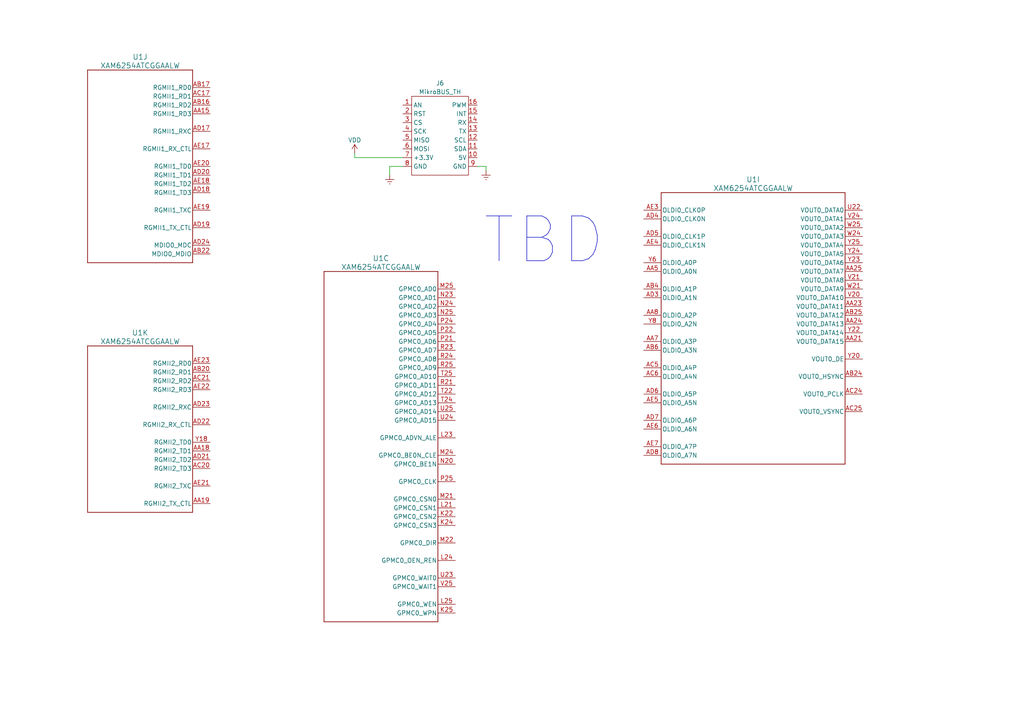
<source format=kicad_sch>
(kicad_sch (version 20230121) (generator eeschema)
  (paper "A4")
  (title_block (title "TI Ember AM62 SiP Concept") (date "2023-06-09") (rev "Rev 0") (company "Andrei Aldea - Texas Instruments"))
  (lib_symbols
    (symbol "MikroBUS:MikroBUS_TH"
      (property "Reference" "J" (at -7.62 -12.7 0))
      (property "Value" "MikroBUS_TH" (at -2.54 12.7 0))
      (symbol "MikroBUS_TH_0_1"
        (rectangle (start -8.89 11.43) (end 7.62 -11.43) (stroke (width 0.1524)))
      )
      (symbol "MikroBUS_TH_1_1"
        (pin unspecified line (at -11.43 8.89 0) (length 2.54) (name "AN") (number "1"))
        (pin unspecified line (at 10.16 -6.35 180) (length 2.54) (name "5V") (number "10"))
        (pin unspecified line (at 10.16 -3.81 180) (length 2.54) (name "SDA") (number "11"))
        (pin unspecified line (at 10.16 -1.27 180) (length 2.54) (name "SCL") (number "12"))
        (pin unspecified line (at 10.16 1.27 180) (length 2.54) (name "TX") (number "13"))
        (pin unspecified line (at 10.16 3.81 180) (length 2.54) (name "RX") (number "14"))
        (pin unspecified line (at 10.16 6.35 180) (length 2.54) (name "INT") (number "15"))
        (pin unspecified line (at 10.16 8.89 180) (length 2.54) (name "PWM") (number "16"))
        (pin unspecified line (at -11.43 6.35 0) (length 2.54) (name "RST") (number "2"))
        (pin unspecified line (at -11.43 3.81 0) (length 2.54) (name "CS") (number "3"))
        (pin unspecified line (at -11.43 1.27 0) (length 2.54) (name "SCK") (number "4"))
        (pin unspecified line (at -11.43 -1.27 0) (length 2.54) (name "MISO") (number "5"))
        (pin unspecified line (at -11.43 -3.81 0) (length 2.54) (name "MOSI") (number "6"))
        (pin unspecified line (at -11.43 -6.35 0) (length 2.54) (name "+3.3V") (number "7"))
        (pin unspecified line (at -11.43 -8.89 0) (length 2.54) (name "GND") (number "8"))
        (pin unspecified line (at 10.16 -8.89 180) (length 2.54) (name "GND") (number "9"))
      )
    )
    (symbol "TIEmber:VDD_3V3" (power) (pin_names (offset 0))
      (property "Value" "VDD_3V3" (at 0 3.81 0))
      (symbol "VDD_3V3_0_1"
        (polyline (pts (xy -0.762 1.27) (xy 0 2.54)))
        (polyline (pts (xy 0 0) (xy 0 2.54)))
        (polyline (pts (xy 0 2.54) (xy 0.762 1.27)))
      )
      (symbol "VDD_3V3_1_1"
        (pin power_in line (at 0 0 90) (length 0) hide (name "VDD") (number "1"))
      )
    )
    (symbol "TIEmber:XAM6254ATCGGAALW" (pin_names (offset 0.254))
      (property "Reference" "U" (at 0 2.54 0))
      (property "Value" "XAM6254ATCGGAALW" (at -6.35 6.35 0))
      (symbol "XAM6254ATCGGAALW_1_1"
        (polyline (pts (xy 5.08 -78.74) (xy 27.94 -78.74)) (stroke (width 0.2032)))
        (polyline (pts (xy 5.08 5.08) (xy 5.08 -78.74)) (stroke (width 0.2032)))
        (polyline (pts (xy 27.94 -78.74) (xy 27.94 5.08)) (stroke (width 0.2032)))
        (polyline (pts (xy 27.94 5.08) (xy 5.08 5.08)) (stroke (width 0.2032)))
        (pin power_in line (at 0 0 0) (length 5.08) (name "VSS") (number "A1"))
        (pin power_in line (at 0 -2.54 0) (length 5.08) (name "VSS") (number "A24"))
        (pin power_in line (at 0 -5.08 0) (length 5.08) (name "VSS") (number "A25"))
        (pin power_in line (at 33.02 -50.8 180) (length 5.08) (name "VSS") (number "AA11"))
        (pin power_in line (at 33.02 -53.34 180) (length 5.08) (name "VSS") (number "AB9"))
        (pin power_in line (at 33.02 -55.88 180) (length 5.08) (name "VSS") (number "AD1"))
        (pin power_in line (at 33.02 -60.96 180) (length 5.08) (name "VSS") (number "AD12"))
        (pin power_in line (at 33.02 -63.5 180) (length 5.08) (name "VSS") (number "AD16"))
        (pin power_in line (at 33.02 -66.04 180) (length 5.08) (name "VSS") (number "AD25"))
        (pin power_in line (at 33.02 -58.42 180) (length 5.08) (name "VSS") (number "AD9"))
        (pin power_in line (at 33.02 -68.58 180) (length 5.08) (name "VSS") (number "AE1"))
        (pin power_in line (at 33.02 -73.66 180) (length 5.08) (name "VSS") (number "AE12"))
        (pin power_in line (at 33.02 -76.2 180) (length 5.08) (name "VSS") (number "AE16"))
        (pin power_in line (at 0 -76.2 0) (length 5.08) (name "VSS") (number "AE24"))
        (pin power_in line (at 0 -73.66 0) (length 5.08) (name "VSS") (number "AE25"))
        (pin power_in line (at 33.02 -71.12 180) (length 5.08) (name "VSS") (number "AE8"))
        (pin power_in line (at 0 -7.62 0) (length 5.08) (name "VSS") (number "B25"))
        (pin power_in line (at 0 -10.16 0) (length 5.08) (name "VSS") (number "F13"))
        (pin power_in line (at 0 -12.7 0) (length 5.08) (name "VSS") (number "G13"))
        (pin power_in line (at 0 -15.24 0) (length 5.08) (name "VSS") (number "G19"))
        (pin power_in line (at 0 -17.78 0) (length 5.08) (name "VSS") (number "H13"))
        (pin power_in line (at 0 -20.32 0) (length 5.08) (name "VSS") (number "H16"))
        (pin power_in line (at 0 -22.86 0) (length 5.08) (name "VSS") (number "H18"))
        (pin power_in line (at 0 -25.4 0) (length 5.08) (name "VSS") (number "H20"))
        (pin power_in line (at 0 -30.48 0) (length 5.08) (name "VSS") (number "J13"))
        (pin power_in line (at 0 -27.94 0) (length 5.08) (name "VSS") (number "J7"))
        (pin power_in line (at 0 -35.56 0) (length 5.08) (name "VSS") (number "K13"))
        (pin power_in line (at 0 -38.1 0) (length 5.08) (name "VSS") (number "K15"))
        (pin power_in line (at 0 -40.64 0) (length 5.08) (name "VSS") (number "K19"))
        (pin power_in line (at 0 -33.02 0) (length 5.08) (name "VSS") (number "K7"))
        (pin power_in line (at 0 -43.18 0) (length 5.08) (name "VSS") (number "L20"))
        (pin power_in line (at 0 -50.8 0) (length 5.08) (name "VSS") (number "M10"))
        (pin power_in line (at 0 -53.34 0) (length 5.08) (name "VSS") (number "M12"))
        (pin power_in line (at 0 -55.88 0) (length 5.08) (name "VSS") (number "M13"))
        (pin power_in line (at 0 -58.42 0) (length 5.08) (name "VSS") (number "M17"))
        (pin power_in line (at 0 -60.96 0) (length 5.08) (name "VSS") (number "M18"))
        (pin power_in line (at 0 -45.72 0) (length 5.08) (name "VSS") (number "M7"))
        (pin power_in line (at 0 -48.26 0) (length 5.08) (name "VSS") (number "M8"))
        (pin power_in line (at 0 -63.5 0) (length 5.08) (name "VSS") (number "N15"))
        (pin power_in line (at 0 -68.58 0) (length 5.08) (name "VSS") (number "P10"))
        (pin power_in line (at 0 -71.12 0) (length 5.08) (name "VSS") (number "P13"))
        (pin power_in line (at 0 -66.04 0) (length 5.08) (name "VSS") (number "P7"))
        (pin power_in line (at 33.02 0 180) (length 5.08) (name "VSS") (number "R13"))
        (pin power_in line (at 33.02 -2.54 180) (length 5.08) (name "VSS") (number "R15"))
        (pin power_in line (at 33.02 -5.08 180) (length 5.08) (name "VSS") (number "R18"))
        (pin power_in line (at 33.02 -7.62 180) (length 5.08) (name "VSS") (number "R20"))
        (pin power_in line (at 33.02 -12.7 180) (length 5.08) (name "VSS") (number "T13"))
        (pin power_in line (at 33.02 -15.24 180) (length 5.08) (name "VSS") (number "T14"))
        (pin power_in line (at 33.02 -17.78 180) (length 5.08) (name "VSS") (number "T16"))
        (pin power_in line (at 33.02 -20.32 180) (length 5.08) (name "VSS") (number "T17"))
        (pin power_in line (at 33.02 -22.86 180) (length 5.08) (name "VSS") (number "T18"))
        (pin power_in line (at 33.02 -10.16 180) (length 5.08) (name "VSS") (number "T8"))
        (pin power_in line (at 33.02 -27.94 180) (length 5.08) (name "VSS") (number "U19"))
        (pin power_in line (at 33.02 -25.4 180) (length 5.08) (name "VSS") (number "U8"))
        (pin power_in line (at 33.02 -33.02 180) (length 5.08) (name "VSS") (number "V10"))
        (pin power_in line (at 33.02 -35.56 180) (length 5.08) (name "VSS") (number "V11"))
        (pin power_in line (at 33.02 -38.1 180) (length 5.08) (name "VSS") (number "V13"))
        (pin power_in line (at 33.02 -40.64 180) (length 5.08) (name "VSS") (number "V16"))
        (pin power_in line (at 33.02 -43.18 180) (length 5.08) (name "VSS") (number "V18"))
        (pin power_in line (at 33.02 -30.48 180) (length 5.08) (name "VSS") (number "V9"))
        (pin power_in line (at 33.02 -45.72 180) (length 5.08) (name "VSS") (number "W7"))
        (pin power_in line (at 33.02 -48.26 180) (length 5.08) (name "VSS") (number "Y2"))
      )
      (symbol "XAM6254ATCGGAALW_2_1"
        (polyline (pts (xy 5.08 -86.36) (xy 60.96 -86.36)) (stroke (width 0.2032)))
        (polyline (pts (xy 5.08 5.08) (xy 5.08 -86.36)) (stroke (width 0.2032)))
        (polyline (pts (xy 60.96 -86.36) (xy 60.96 5.08)) (stroke (width 0.2032)))
        (polyline (pts (xy 60.96 5.08) (xy 5.08 5.08)) (stroke (width 0.2032)))
        (pin input line (at 0 -50.8 0) (length 5.08) (name "TCK") (number "A10"))
        (pin input line (at 0 -53.34 0) (length 5.08) (name "TDI") (number "A11"))
        (pin bidirectional line (at 0 -33.02 0) (length 5.08) (name "SPI0_CS0") (number "A13"))
        (pin bidirectional line (at 0 -25.4 0) (length 5.08) (name "SPI0_CLK") (number "A14"))
        (pin input line (at 66.04 -5.08 180) (length 5.08) (name "UART0_CTSN") (number "A15"))
        (pin bidirectional line (at 0 -12.7 0) (length 5.08) (name "I2C0_SDA") (number "A16"))
        (pin bidirectional line (at 0 -20.32 0) (length 5.08) (name "I2C1_SDA") (number "A17"))
        (pin input line (at 0 -5.08 0) (length 5.08) (name "EXT_REFCLK1") (number "A18"))
        (pin unspecified line (at 66.04 -66.04 180) (length 5.08) (name "RSVD1") (number "A2"))
        (pin unspecified line (at 66.04 -81.28 180) (length 5.08) (name "RSVD6") (number "AA12"))
        (pin unspecified line (at 66.04 -48.26 180) (length 5.08) (name "USB1_VBUS") (number "AB10"))
        (pin unspecified line (at 66.04 -30.48 180) (length 5.08) (name "USB0_VBUS") (number "AC11"))
        (pin bidirectional line (at 66.04 -45.72 180) (length 5.08) (name "USB1_RCALIB") (number "AC9"))
        (pin bidirectional line (at 66.04 -35.56 180) (length 5.08) (name "USB1_DM") (number "AD10"))
        (pin bidirectional line (at 66.04 -17.78 180) (length 5.08) (name "USB0_DP") (number "AD11"))
        (pin bidirectional line (at 66.04 -27.94 180) (length 5.08) (name "USB0_RCALIB") (number "AE10"))
        (pin bidirectional line (at 66.04 -20.32 180) (length 5.08) (name "USB0_DM") (number "AE11"))
        (pin unspecified line (at 66.04 -71.12 180) (length 5.08) (name "RSVD3") (number "AE2"))
        (pin bidirectional line (at 66.04 -38.1 180) (length 5.08) (name "USB1_DP") (number "AE9"))
        (pin unspecified line (at 66.04 -63.5 180) (length 5.08) (name "RSVD0") (number "B1"))
        (pin input line (at 0 -60.96 0) (length 5.08) (name "TRSTN") (number "B10"))
        (pin input line (at 0 -58.42 0) (length 5.08) (name "TMS") (number "B11"))
        (pin bidirectional line (at 0 -30.48 0) (length 5.08) (name "SPI0_D0") (number "B13"))
        (pin bidirectional line (at 0 -38.1 0) (length 5.08) (name "SPI0_D1") (number "B14"))
        (pin output line (at 66.04 -7.62 180) (length 5.08) (name "UART0_RTSN") (number "B15"))
        (pin bidirectional line (at 0 -10.16 0) (length 5.08) (name "I2C0_SCL") (number "B16"))
        (pin bidirectional line (at 0 -17.78 0) (length 5.08) (name "I2C1_SCL") (number "B17"))
        (pin bidirectional line (at 0 -73.66 0) (length 5.08) (name "PMIC_LPM_EN0") (number "B7"))
        (pin bidirectional line (at 0 -48.26 0) (length 5.08) (name "EMU1") (number "C11"))
        (pin bidirectional line (at 0 -40.64 0) (length 5.08) (name "SPI0_CS1") (number "C13"))
        (pin output line (at 66.04 -25.4 180) (length 5.08) (name "USB0_DRVVBUS") (number "C20"))
        (pin output line (at 0 -55.88 0) (length 5.08) (name "TDO") (number "D12"))
        (pin input line (at 66.04 -10.16 180) (length 5.08) (name "UART0_RXD") (number "D14"))
        (pin input line (at 0 0 0) (length 5.08) (name "EXTINTN") (number "D16"))
        (pin bidirectional line (at 0 -45.72 0) (length 5.08) (name "EMU0") (number "E12"))
        (pin output line (at 66.04 -12.7 180) (length 5.08) (name "UART0_TXD") (number "E14"))
        (pin output line (at 0 -71.12 0) (length 5.08) (name "PORZ_OUT") (number "E21"))
        (pin unspecified line (at 66.04 0 180) (length 5.08) (name "RSVD8") (number "E7"))
        (pin output line (at 66.04 -43.18 180) (length 5.08) (name "USB1_DRVVBUS") (number "F18"))
        (pin input line (at 0 -68.58 0) (length 5.08) (name "RESET_REQZ") (number "F20"))
        (pin output line (at 0 -66.04 0) (length 5.08) (name "RESETSTATZ") (number "F22"))
        (pin unspecified line (at 66.04 -68.58 180) (length 5.08) (name "RSVD2") (number "F6"))
        (pin unspecified line (at 66.04 -53.34 180) (length 5.08) (name "VMON_1P8_SOC") (number "G10"))
        (pin unspecified line (at 66.04 -58.42 180) (length 5.08) (name "VMON_ER_VSYS") (number "H10"))
        (pin power_in line (at 66.04 -55.88 180) (length 5.08) (name "VMON_3P3_SOC") (number "K10"))
        (pin unspecified line (at 66.04 -76.2 180) (length 5.08) (name "RSVD4") (number "T2"))
        (pin unspecified line (at 66.04 -78.74 180) (length 5.08) (name "RSVD5") (number "U4"))
        (pin unspecified line (at 66.04 -83.82 180) (length 5.08) (name "RSVD7") (number "Y15"))
      )
      (symbol "XAM6254ATCGGAALW_3_1"
        (polyline (pts (xy -38.1 -96.52) (xy -5.08 -96.52)) (stroke (width 0.2032)))
        (polyline (pts (xy -38.1 5.08) (xy -38.1 -96.52)) (stroke (width 0.2032)))
        (polyline (pts (xy -5.08 -96.52) (xy -5.08 5.08)) (stroke (width 0.2032)))
        (polyline (pts (xy -5.08 5.08) (xy -38.1 5.08)) (stroke (width 0.2032)))
        (pin output line (at 0 -66.04 180) (length 5.08) (name "GPMC0_CSN2") (number "K22"))
        (pin output line (at 0 -68.58 180) (length 5.08) (name "GPMC0_CSN3") (number "K24"))
        (pin output line (at 0 -93.98 180) (length 5.08) (name "GPMC0_WPN") (number "K25"))
        (pin output line (at 0 -63.5 180) (length 5.08) (name "GPMC0_CSN1") (number "L21"))
        (pin output line (at 0 -43.18 180) (length 5.08) (name "GPMC0_ADVN_ALE") (number "L23"))
        (pin output line (at 0 -78.74 180) (length 5.08) (name "GPMC0_OEN_REN") (number "L24"))
        (pin output line (at 0 -91.44 180) (length 5.08) (name "GPMC0_WEN") (number "L25"))
        (pin output line (at 0 -60.96 180) (length 5.08) (name "GPMC0_CSN0") (number "M21"))
        (pin output line (at 0 -73.66 180) (length 5.08) (name "GPMC0_DIR") (number "M22"))
        (pin output line (at 0 -48.26 180) (length 5.08) (name "GPMC0_BE0N_CLE") (number "M24"))
        (pin bidirectional line (at 0 0 180) (length 5.08) (name "GPMC0_AD0") (number "M25"))
        (pin output line (at 0 -50.8 180) (length 5.08) (name "GPMC0_BE1N") (number "N20"))
        (pin bidirectional line (at 0 -2.54 180) (length 5.08) (name "GPMC0_AD1") (number "N23"))
        (pin bidirectional line (at 0 -5.08 180) (length 5.08) (name "GPMC0_AD2") (number "N24"))
        (pin bidirectional line (at 0 -7.62 180) (length 5.08) (name "GPMC0_AD3") (number "N25"))
        (pin bidirectional line (at 0 -15.24 180) (length 5.08) (name "GPMC0_AD6") (number "P21"))
        (pin bidirectional line (at 0 -12.7 180) (length 5.08) (name "GPMC0_AD5") (number "P22"))
        (pin bidirectional line (at 0 -10.16 180) (length 5.08) (name "GPMC0_AD4") (number "P24"))
        (pin output line (at 0 -55.88 180) (length 5.08) (name "GPMC0_CLK") (number "P25"))
        (pin bidirectional line (at 0 -27.94 180) (length 5.08) (name "GPMC0_AD11") (number "R21"))
        (pin bidirectional line (at 0 -17.78 180) (length 5.08) (name "GPMC0_AD7") (number "R23"))
        (pin bidirectional line (at 0 -20.32 180) (length 5.08) (name "GPMC0_AD8") (number "R24"))
        (pin bidirectional line (at 0 -22.86 180) (length 5.08) (name "GPMC0_AD9") (number "R25"))
        (pin bidirectional line (at 0 -30.48 180) (length 5.08) (name "GPMC0_AD12") (number "T22"))
        (pin bidirectional line (at 0 -33.02 180) (length 5.08) (name "GPMC0_AD13") (number "T24"))
        (pin bidirectional line (at 0 -25.4 180) (length 5.08) (name "GPMC0_AD10") (number "T25"))
        (pin input line (at 0 -83.82 180) (length 5.08) (name "GPMC0_WAIT0") (number "U23"))
        (pin bidirectional line (at 0 -38.1 180) (length 5.08) (name "GPMC0_AD15") (number "U24"))
        (pin bidirectional line (at 0 -35.56 180) (length 5.08) (name "GPMC0_AD14") (number "U25"))
        (pin input line (at 0 -86.36 180) (length 5.08) (name "GPMC0_WAIT1") (number "V25"))
      )
      (symbol "XAM6254ATCGGAALW_4_1"
        (polyline (pts (xy 5.08 -68.58) (xy 40.64 -68.58)) (stroke (width 0.2032)))
        (polyline (pts (xy 5.08 5.08) (xy 5.08 -68.58)) (stroke (width 0.2032)))
        (polyline (pts (xy 40.64 -68.58) (xy 40.64 5.08)) (stroke (width 0.2032)))
        (polyline (pts (xy 40.64 5.08) (xy 5.08 5.08)) (stroke (width 0.2032)))
        (pin output line (at 0 -35.56 0) (length 5.08) (name "WKUP_CLKOUT0") (number "A12"))
        (pin bidirectional line (at 0 -27.94 0) (length 5.08) (name "MCASP0_AXR2") (number "A19"))
        (pin bidirectional line (at 0 -7.62 0) (length 5.08) (name "MCASP0_ACLKR") (number "A20"))
        (pin output line (at 0 -58.42 0) (length 5.08) (name "WKUP_UART0_RTSN") (number "A4"))
        (pin bidirectional line (at 0 -43.18 0) (length 5.08) (name "WKUP_I2C0_SDA") (number "A9"))
        (pin bidirectional line (at 0 -25.4 0) (length 5.08) (name "MCASP0_AXR1") (number "B18"))
        (pin bidirectional line (at 0 -30.48 0) (length 5.08) (name "MCASP0_AXR3") (number "B19"))
        (pin bidirectional line (at 0 -10.16 0) (length 5.08) (name "MCASP0_ACLKX") (number "B20"))
        (pin input line (at 0 -63.5 0) (length 5.08) (name "WKUP_UART0_RXD") (number "B4"))
        (pin bidirectional line (at 0 -40.64 0) (length 5.08) (name "WKUP_I2C0_SCL") (number "B9"))
        (pin output line (at 0 -50.8 0) (length 5.08) (name "WKUP_LFOSC0_XO") (number "C1"))
        (pin output line (at 0 -2.54 0) (length 5.08) (name "MCAN0_TX") (number "C15"))
        (pin input line (at 0 -48.26 0) (length 5.08) (name "WKUP_LFOSC0_XI") (number "C2"))
        (pin output line (at 0 -66.04 0) (length 5.08) (name "WKUP_UART0_TXD") (number "C5"))
        (pin input line (at 0 -55.88 0) (length 5.08) (name "WKUP_UART0_CTSN") (number "C6"))
        (pin bidirectional line (at 0 -17.78 0) (length 5.08) (name "MCASP0_AFSX") (number "D20"))
        (pin input line (at 0 0 0) (length 5.08) (name "MCAN0_RX") (number "E15"))
        (pin bidirectional line (at 0 -22.86 0) (length 5.08) (name "MCASP0_AXR0") (number "E18"))
        (pin bidirectional line (at 0 -15.24 0) (length 5.08) (name "MCASP0_AFSR") (number "E19"))
      )
      (symbol "XAM6254ATCGGAALW_5_1"
        (polyline (pts (xy 5.08 -78.74) (xy 53.34 -78.74)) (stroke (width 0.2032)))
        (polyline (pts (xy 5.08 5.08) (xy 5.08 -78.74)) (stroke (width 0.2032)))
        (polyline (pts (xy 53.34 -78.74) (xy 53.34 5.08)) (stroke (width 0.2032)))
        (polyline (pts (xy 53.34 5.08) (xy 5.08 5.08)) (stroke (width 0.2032)))
        (pin bidirectional line (at 58.42 -5.08 180) (length 5.08) (name "MMC1_CMD") (number "A21"))
        (pin bidirectional line (at 58.42 -10.16 180) (length 5.08) (name "MMC1_DAT0") (number "A22"))
        (pin input line (at 58.42 -55.88 180) (length 5.08) (name "MMC2_SDCD") (number "A23"))
        (pin bidirectional line (at 0 -10.16 0) (length 5.08) (name "MMC0_DAT1") (number "AA1"))
        (pin bidirectional line (at 0 -7.62 0) (length 5.08) (name "MMC0_DAT0") (number "AA2"))
        (pin bidirectional line (at 0 -12.7 0) (length 5.08) (name "MMC0_DAT2") (number "AA3"))
        (pin bidirectional line (at 0 0 0) (length 5.08) (name "MMC0_CLK") (number "AB1"))
        (pin bidirectional line (at 0 -17.78 0) (length 5.08) (name "MMC0_DAT4") (number "AB2"))
        (pin bidirectional line (at 0 -20.32 0) (length 5.08) (name "MMC0_DAT5") (number "AC1"))
        (pin bidirectional line (at 0 -25.4 0) (length 5.08) (name "MMC0_DAT7") (number "AC2"))
        (pin bidirectional line (at 0 -22.86 0) (length 5.08) (name "MMC0_DAT6") (number "AD2"))
        (pin input line (at 58.42 -12.7 180) (length 5.08) (name "MMC1_DAT1") (number "B21"))
        (pin bidirectional line (at 58.42 0 180) (length 5.08) (name "MMC1_CLK") (number "B22"))
        (pin input line (at 58.42 -60.96 180) (length 5.08) (name "MMC2_SDWP") (number "B23"))
        (pin bidirectional line (at 58.42 -43.18 180) (length 5.08) (name "MMC2_DAT0") (number "B24"))
        (pin input line (at 58.42 -27.94 180) (length 5.08) (name "MMC1_SDWP") (number "C17"))
        (pin bidirectional line (at 58.42 -15.24 180) (length 5.08) (name "MMC1_DAT2") (number "C21"))
        (pin bidirectional line (at 58.42 -38.1 180) (length 5.08) (name "MMC2_CMD") (number "C24"))
        (pin bidirectional line (at 58.42 -45.72 180) (length 5.08) (name "MMC2_DAT1") (number "C25"))
        (pin input line (at 58.42 -22.86 180) (length 5.08) (name "MMC1_SDCD") (number "D17"))
        (pin bidirectional line (at 58.42 -17.78 180) (length 5.08) (name "MMC1_DAT3") (number "D22"))
        (pin bidirectional line (at 58.42 -50.8 180) (length 5.08) (name "MMC2_DAT3") (number "D24"))
        (pin bidirectional line (at 58.42 -33.02 180) (length 5.08) (name "MMC2_CLK") (number "D25"))
        (pin bidirectional line (at 58.42 -48.26 180) (length 5.08) (name "MMC2_DAT2") (number "E23"))
        (pin output line (at 0 -43.18 0) (length 5.08) (name "OSPI0_CSN3") (number "E24"))
        (pin bidirectional line (at 0 -48.26 0) (length 5.08) (name "OSPI0_D0") (number "E25"))
        (pin output line (at 0 -35.56 0) (length 5.08) (name "OSPI0_CSN0") (number "F23"))
        (pin bidirectional line (at 0 -55.88 0) (length 5.08) (name "OSPI0_D3") (number "F24"))
        (pin bidirectional line (at 0 -53.34 0) (length 5.08) (name "OSPI0_D2") (number "F25"))
        (pin output line (at 0 -38.1 0) (length 5.08) (name "OSPI0_CSN1") (number "G21"))
        (pin bidirectional line (at 0 -50.8 0) (length 5.08) (name "OSPI0_D1") (number "G24"))
        (pin bidirectional line (at 0 -76.2 0) (length 5.08) (name "OSPI0_LBCLKO") (number "G25"))
        (pin output line (at 0 -40.64 0) (length 5.08) (name "OSPI0_CSN2") (number "H21"))
        (pin output line (at 0 -30.48 0) (length 5.08) (name "OSPI0_CLK") (number "H24"))
        (pin bidirectional line (at 0 -63.5 0) (length 5.08) (name "OSPI0_D6") (number "H25"))
        (pin bidirectional line (at 0 -66.04 0) (length 5.08) (name "OSPI0_D7") (number "J22"))
        (pin bidirectional line (at 0 -58.42 0) (length 5.08) (name "OSPI0_D4") (number "J23"))
        (pin input line (at 0 -71.12 0) (length 5.08) (name "OSPI0_DQS") (number "J24"))
        (pin bidirectional line (at 0 -60.96 0) (length 5.08) (name "OSPI0_D5") (number "J25"))
        (pin bidirectional line (at 0 -2.54 0) (length 5.08) (name "MMC0_CMD") (number "Y3"))
        (pin bidirectional line (at 0 -15.24 0) (length 5.08) (name "MMC0_DAT3") (number "Y4"))
      )
      (symbol "XAM6254ATCGGAALW_6_1"
        (polyline (pts (xy 5.08 -124.46) (xy 50.8 -124.46)) (stroke (width 0.2032)))
        (polyline (pts (xy 5.08 5.08) (xy 5.08 -124.46)) (stroke (width 0.2032)))
        (polyline (pts (xy 50.8 -124.46) (xy 50.8 5.08)) (stroke (width 0.2032)))
        (polyline (pts (xy 50.8 5.08) (xy 5.08 5.08)) (stroke (width 0.2032)))
        (pin bidirectional line (at 0 -104.14 0) (length 5.08) (name "DDR0_DQS0") (number "E1"))
        (pin bidirectional line (at 0 -106.68 0) (length 5.08) (name "DDR0_DQS0_N") (number "E2"))
        (pin bidirectional line (at 0 -71.12 0) (length 5.08) (name "DDR0_DQ4") (number "E3"))
        (pin bidirectional line (at 0 -78.74 0) (length 5.08) (name "DDR0_DQ7") (number "F1"))
        (pin bidirectional line (at 0 -76.2 0) (length 5.08) (name "DDR0_DQ6") (number "F2"))
        (pin bidirectional line (at 0 -66.04 0) (length 5.08) (name "DDR0_DQ2") (number "F3"))
        (pin bidirectional line (at 0 -60.96 0) (length 5.08) (name "DDR0_DQ0") (number "F4"))
        (pin output line (at 55.88 -68.58 180) (length 5.08) (name "DDR0_RESET0_N") (number "G1"))
        (pin bidirectional line (at 0 -73.66 0) (length 5.08) (name "DDR0_DQ5") (number "G2"))
        (pin bidirectional line (at 0 -63.5 0) (length 5.08) (name "DDR0_DQ1") (number "G5"))
        (pin output line (at 55.88 -55.88 180) (length 5.08) (name "DDR0_ODT0") (number "H1"))
        (pin output line (at 55.88 -48.26 180) (length 5.08) (name "DDR0_CKE0") (number "H2"))
        (pin bidirectional line (at 0 -53.34 0) (length 5.08) (name "DDR0_DM0") (number "H5"))
        (pin bidirectional line (at 0 -68.58 0) (length 5.08) (name "DDR0_DQ3") (number "H6"))
        (pin output line (at 0 0 0) (length 5.08) (name "DDR0_A0") (number "J1"))
        (pin output line (at 0 -2.54 0) (length 5.08) (name "DDR0_A1") (number "J2"))
        (pin output line (at 55.88 -58.42 180) (length 5.08) (name "DDR0_ODT1") (number "J3"))
        (pin output line (at 55.88 -50.8 180) (length 5.08) (name "DDR0_CKE1") (number "J4"))
        (pin output line (at 0 -12.7 0) (length 5.08) (name "DDR0_A5") (number "K1"))
        (pin output line (at 55.88 -25.4 180) (length 5.08) (name "DDR0_CS1_N") (number "K2"))
        (pin output line (at 0 -5.08 0) (length 5.08) (name "DDR0_A2") (number "K3"))
        (pin output line (at 0 -10.16 0) (length 5.08) (name "DDR0_A4") (number "K4"))
        (pin output line (at 0 -119.38 0) (length 5.08) (name "DDR0_CK0") (number "L1"))
        (pin output line (at 0 -121.92 0) (length 5.08) (name "DDR0_CK0_N") (number "L2"))
        (pin output line (at 0 -7.62 0) (length 5.08) (name "DDR0_A3") (number "L5"))
        (pin output line (at 55.88 -20.32 180) (length 5.08) (name "DDR0_CS0_N") (number "L6"))
        (pin output line (at 0 -38.1 0) (length 5.08) (name "DDR0_BA0") (number "M1"))
        (pin unspecified line (at 55.88 -43.18 180) (length 5.08) (name "DDR0_CAL0") (number "M2"))
        (pin output line (at 55.88 -15.24 180) (length 5.08) (name "DDR0_CAS_N") (number "M4"))
        (pin output line (at 55.88 -10.16 180) (length 5.08) (name "DDR0_RAS_N") (number "M5"))
        (pin output line (at 0 -40.64 0) (length 5.08) (name "DDR0_BA1") (number "N1"))
        (pin output line (at 0 -48.26 0) (length 5.08) (name "DDR0_BG1") (number "N2"))
        (pin output line (at 55.88 -30.48 180) (length 5.08) (name "DDR0_WE_N") (number "N3"))
        (pin output line (at 55.88 0 180) (length 5.08) (name "DDR0_ACT_N") (number "N6"))
        (pin output line (at 0 -20.32 0) (length 5.08) (name "DDR0_A8") (number "P1"))
        (pin output line (at 0 -17.78 0) (length 5.08) (name "DDR0_A7") (number "P2"))
        (pin output line (at 0 -22.86 0) (length 5.08) (name "DDR0_A9") (number "P4"))
        (pin output line (at 0 -27.94 0) (length 5.08) (name "DDR0_A11") (number "P5"))
        (pin output line (at 0 -33.02 0) (length 5.08) (name "DDR0_A13") (number "R1"))
        (pin output line (at 0 -15.24 0) (length 5.08) (name "DDR0_A6") (number "R2"))
        (pin bidirectional line (at 55.88 -5.08 180) (length 5.08) (name "DDR0_ALERT_N") (number "R3"))
        (pin output line (at 0 -25.4 0) (length 5.08) (name "DDR0_A10") (number "R5"))
        (pin output line (at 0 -30.48 0) (length 5.08) (name "DDR0_A12") (number "R6"))
        (pin output line (at 55.88 -63.5 180) (length 5.08) (name "DDR0_PAR") (number "T1"))
        (pin output line (at 0 -45.72 0) (length 5.08) (name "DDR0_BG0") (number "T4"))
        (pin bidirectional line (at 0 -81.28 0) (length 5.08) (name "DDR0_DQ8") (number "U1"))
        (pin bidirectional line (at 0 -86.36 0) (length 5.08) (name "DDR0_DQ10") (number "U2"))
        (pin bidirectional line (at 0 -83.82 0) (length 5.08) (name "DDR0_DQ9") (number "U3"))
        (pin bidirectional line (at 0 -111.76 0) (length 5.08) (name "DDR0_DQS1") (number "V1"))
        (pin bidirectional line (at 0 -114.3 0) (length 5.08) (name "DDR0_DQS1_N") (number "V2"))
        (pin bidirectional line (at 0 -88.9 0) (length 5.08) (name "DDR0_DQ11") (number "V5"))
        (pin bidirectional line (at 0 -93.98 0) (length 5.08) (name "DDR0_DQ13") (number "V6"))
        (pin bidirectional line (at 0 -99.06 0) (length 5.08) (name "DDR0_DQ15") (number "W1"))
        (pin bidirectional line (at 0 -91.44 0) (length 5.08) (name "DDR0_DQ12") (number "W2"))
        (pin bidirectional line (at 0 -55.88 0) (length 5.08) (name "DDR0_DM1") (number "W5"))
        (pin bidirectional line (at 0 -96.52 0) (length 5.08) (name "DDR0_DQ14") (number "Y1"))
      )
      (symbol "XAM6254ATCGGAALW_7_1"
        (polyline (pts (xy 5.08 -106.68) (xy 63.5 -106.68)) (stroke (width 0.2032)))
        (polyline (pts (xy 5.08 5.08) (xy 5.08 -106.68)) (stroke (width 0.2032)))
        (polyline (pts (xy 63.5 -106.68) (xy 63.5 5.08)) (stroke (width 0.2032)))
        (polyline (pts (xy 63.5 5.08) (xy 5.08 5.08)) (stroke (width 0.2032)))
        (pin power_in line (at 68.58 -53.34 180) (length 5.08) (name "VDDSHV_MCU") (number "F11"))
        (pin power_in line (at 68.58 0 180) (length 5.08) (name "VDDSHV0") (number "F15"))
        (pin power_in line (at 68.58 -66.04 180) (length 5.08) (name "VDD_CANUART") (number "F8"))
        (pin power_in line (at 68.58 -55.88 180) (length 5.08) (name "VDDSHV_MCU") (number "G12"))
        (pin power_in line (at 68.58 -2.54 180) (length 5.08) (name "VDDSHV0") (number "G14"))
        (pin power_in line (at 0 -88.9 0) (length 5.08) (name "VDDA_TEMP1") (number "G16"))
        (pin power_in line (at 68.58 -38.1 180) (length 5.08) (name "VDDSHV5") (number "G17"))
        (pin power_in line (at 68.58 -60.96 180) (length 5.08) (name "VDDS_OSC0") (number "G7"))
        (pin power_in line (at 0 0 0) (length 5.08) (name "VDD_CORE") (number "H8"))
        (pin power_in line (at 68.58 -48.26 180) (length 5.08) (name "VDDSHV_CANUART") (number "H9"))
        (pin power_in line (at 0 -2.54 0) (length 5.08) (name "VDD_CORE") (number "J11"))
        (pin power_in line (at 0 -45.72 0) (length 5.08) (name "VDDR_CORE") (number "J12"))
        (pin power_in line (at 0 -5.08 0) (length 5.08) (name "VDD_CORE") (number "J14"))
        (pin power_in line (at 68.58 -43.18 180) (length 5.08) (name "VDDSHV6") (number "J18"))
        (pin power_in line (at 0 -104.14 0) (length 5.08) (name "VPP") (number "J8"))
        (pin power_in line (at 0 -48.26 0) (length 5.08) (name "VDDR_CORE") (number "K16"))
        (pin power_in line (at 0 -7.62 0) (length 5.08) (name "VDD_CORE") (number "K17"))
        (pin power_in line (at 0 -68.58 0) (length 5.08) (name "VDDS_DDR") (number "K9"))
        (pin power_in line (at 68.58 -101.6 180) (length 5.08) (name "VDDA_MCU") (number "L11"))
        (pin power_in line (at 0 -10.16 0) (length 5.08) (name "VDD_CORE") (number "L12"))
        (pin power_in line (at 0 -99.06 0) (length 5.08) (name "VDDA_PLL2") (number "L14"))
        (pin power_in line (at 0 -12.7 0) (length 5.08) (name "VDD_CORE") (number "L15"))
        (pin power_in line (at 68.58 -7.62 180) (length 5.08) (name "VDDSHV1") (number "L18"))
        (pin power_in line (at 0 -71.12 0) (length 5.08) (name "VDDS_DDR") (number "L8"))
        (pin power_in line (at 0 -15.24 0) (length 5.08) (name "VDD_CORE") (number "M16"))
        (pin power_in line (at 68.58 -10.16 180) (length 5.08) (name "VDDSHV1") (number "M19"))
        (pin power_in line (at 0 -81.28 0) (length 5.08) (name "VDDS_DDR_C") (number "M9"))
        (pin power_in line (at 0 -20.32 0) (length 5.08) (name "VDD_CORE") (number "N11"))
        (pin power_in line (at 0 -50.8 0) (length 5.08) (name "VDDR_CORE") (number "N12"))
        (pin power_in line (at 0 -22.86 0) (length 5.08) (name "VDD_CORE") (number "N13"))
        (pin power_in line (at 0 -53.34 0) (length 5.08) (name "VDDR_CORE") (number "N14"))
        (pin power_in line (at 68.58 -20.32 180) (length 5.08) (name "VDDSHV3") (number "N18"))
        (pin power_in line (at 0 -17.78 0) (length 5.08) (name "VDD_CORE") (number "N8"))
        (pin power_in line (at 0 -55.88 0) (length 5.08) (name "VDDR_CORE") (number "P16"))
        (pin power_in line (at 0 -25.4 0) (length 5.08) (name "VDD_CORE") (number "P17"))
        (pin power_in line (at 68.58 -22.86 180) (length 5.08) (name "VDDSHV3") (number "P18"))
        (pin power_in line (at 0 -73.66 0) (length 5.08) (name "VDDS_DDR") (number "P9"))
        (pin power_in line (at 0 -27.94 0) (length 5.08) (name "VDD_CORE") (number "R11"))
        (pin power_in line (at 0 -58.42 0) (length 5.08) (name "VDDR_CORE") (number "R12"))
        (pin power_in line (at 0 -30.48 0) (length 5.08) (name "VDD_CORE") (number "R14"))
        (pin power_in line (at 0 -76.2 0) (length 5.08) (name "VDDS_DDR") (number "R8"))
        (pin power_in line (at 0 -60.96 0) (length 5.08) (name "VDDR_CORE") (number "T10"))
        (pin power_in line (at 68.58 -25.4 180) (length 5.08) (name "VDDSHV3") (number "T19"))
        (pin power_in line (at 68.58 -33.02 180) (length 5.08) (name "VDDSHV4") (number "T7"))
        (pin power_in line (at 0 -86.36 0) (length 5.08) (name "VDDA_TEMP0") (number "T9"))
        (pin power_in line (at 0 -93.98 0) (length 5.08) (name "VDDA_PLL0") (number "U11"))
        (pin power_in line (at 0 -33.02 0) (length 5.08) (name "VDD_CORE") (number "U12"))
        (pin power_in line (at 0 -63.5 0) (length 5.08) (name "VDDR_CORE") (number "U14"))
        (pin power_in line (at 0 -96.52 0) (length 5.08) (name "VDDA_PLL1") (number "U15"))
        (pin power_in line (at 68.58 -27.94 180) (length 5.08) (name "VDDSHV3") (number "U18"))
        (pin power_in line (at 0 -38.1 0) (length 5.08) (name "VDD_CORE") (number "V15"))
        (pin power_in line (at 0 -40.64 0) (length 5.08) (name "VDD_CORE") (number "V17"))
        (pin power_in line (at 0 -35.56 0) (length 5.08) (name "VDD_CORE") (number "V8"))
        (pin power_in line (at 68.58 -78.74 180) (length 5.08) (name "VDDA_1P8_OLDI0") (number "W10"))
        (pin power_in line (at 68.58 -96.52 180) (length 5.08) (name "VDDA_CORE_USB") (number "W12"))
        (pin power_in line (at 68.58 -91.44 180) (length 5.08) (name "VDDA_CORE_CSIRX0") (number "W13"))
        (pin power_in line (at 68.58 -71.12 180) (length 5.08) (name "VDDA_1P8_CSIRX0") (number "W14"))
        (pin power_in line (at 68.58 -15.24 180) (length 5.08) (name "VDDSHV2") (number "W16"))
        (pin power_in line (at 68.58 -17.78 180) (length 5.08) (name "VDDSHV2") (number "W19"))
        (pin power_in line (at 68.58 -76.2 180) (length 5.08) (name "VDDA_1P8_OLDI0") (number "W9"))
        (pin power_in line (at 68.58 -83.82 180) (length 5.08) (name "VDDA_1P8_USB") (number "Y11"))
        (pin power_in line (at 68.58 -86.36 180) (length 5.08) (name "VDDA_3P3_USB") (number "Y13"))
      )
      (symbol "XAM6254ATCGGAALW_8_1"
        (polyline (pts (xy 5.08 -43.18) (xy 40.64 -43.18)) (stroke (width 0.2032)))
        (polyline (pts (xy 5.08 5.08) (xy 5.08 -43.18)) (stroke (width 0.2032)))
        (polyline (pts (xy 40.64 -43.18) (xy 40.64 5.08)) (stroke (width 0.2032)))
        (polyline (pts (xy 40.64 5.08) (xy 5.08 5.08)) (stroke (width 0.2032)))
        (pin unspecified line (at 0 -35.56 0) (length 5.08) (name "CAP_VDDS_CANUART") (number "G9"))
        (pin unspecified line (at 0 -40.64 0) (length 5.08) (name "CAP_VDDS_MCU") (number "H11"))
        (pin unspecified line (at 0 0 0) (length 5.08) (name "CAP_VDDS0") (number "H15"))
        (pin unspecified line (at 0 -25.4 0) (length 5.08) (name "CAP_VDDS5") (number "H17"))
        (pin unspecified line (at 0 -30.48 0) (length 5.08) (name "CAP_VDDS6") (number "J19"))
        (pin unspecified line (at 0 -5.08 0) (length 5.08) (name "CAP_VDDS1") (number "K18"))
        (pin unspecified line (at 0 -15.24 0) (length 5.08) (name "CAP_VDDS3") (number "P19"))
        (pin unspecified line (at 0 -20.32 0) (length 5.08) (name "CAP_VDDS4") (number "U7"))
        (pin unspecified line (at 0 -10.16 0) (length 5.08) (name "CAP_VDDS2") (number "W17"))
      )
      (symbol "XAM6254ATCGGAALW_9_1"
        (polyline (pts (xy 5.08 -73.66) (xy 58.42 -73.66)) (stroke (width 0.2032)))
        (polyline (pts (xy 5.08 5.08) (xy 5.08 -73.66)) (stroke (width 0.2032)))
        (polyline (pts (xy 58.42 -73.66) (xy 58.42 5.08)) (stroke (width 0.2032)))
        (polyline (pts (xy 58.42 5.08) (xy 5.08 5.08)) (stroke (width 0.2032)))
        (pin output line (at 63.5 -38.1 180) (length 5.08) (name "VOUT0_DATA15") (number "AA21"))
        (pin output line (at 63.5 -27.94 180) (length 5.08) (name "VOUT0_DATA11") (number "AA23"))
        (pin output line (at 63.5 -33.02 180) (length 5.08) (name "VOUT0_DATA13") (number "AA24"))
        (pin output line (at 63.5 -17.78 180) (length 5.08) (name "VOUT0_DATA7") (number "AA25"))
        (pin bidirectional line (at 0 -17.78 0) (length 5.08) (name "OLDI0_A0N") (number "AA5"))
        (pin bidirectional line (at 0 -38.1 0) (length 5.08) (name "OLDI0_A3P") (number "AA7"))
        (pin bidirectional line (at 0 -30.48 0) (length 5.08) (name "OLDI0_A2P") (number "AA8"))
        (pin output line (at 63.5 -48.26 180) (length 5.08) (name "VOUT0_HSYNC") (number "AB24"))
        (pin output line (at 63.5 -30.48 180) (length 5.08) (name "VOUT0_DATA12") (number "AB25"))
        (pin bidirectional line (at 0 -22.86 0) (length 5.08) (name "OLDI0_A1P") (number "AB4"))
        (pin bidirectional line (at 0 -40.64 0) (length 5.08) (name "OLDI0_A3N") (number "AB6"))
        (pin output line (at 63.5 -53.34 180) (length 5.08) (name "VOUT0_PCLK") (number "AC24"))
        (pin output line (at 63.5 -58.42 180) (length 5.08) (name "VOUT0_VSYNC") (number "AC25"))
        (pin bidirectional line (at 0 -45.72 0) (length 5.08) (name "OLDI0_A4P") (number "AC5"))
        (pin bidirectional line (at 0 -48.26 0) (length 5.08) (name "OLDI0_A4N") (number "AC6"))
        (pin bidirectional line (at 0 -25.4 0) (length 5.08) (name "OLDI0_A1N") (number "AD3"))
        (pin bidirectional line (at 0 -2.54 0) (length 5.08) (name "OLDI0_CLK0N") (number "AD4"))
        (pin bidirectional line (at 0 -7.62 0) (length 5.08) (name "OLDI0_CLK1P") (number "AD5"))
        (pin bidirectional line (at 0 -53.34 0) (length 5.08) (name "OLDI0_A5P") (number "AD6"))
        (pin bidirectional line (at 0 -60.96 0) (length 5.08) (name "OLDI0_A6P") (number "AD7"))
        (pin bidirectional line (at 0 -71.12 0) (length 5.08) (name "OLDI0_A7N") (number "AD8"))
        (pin bidirectional line (at 0 0 0) (length 5.08) (name "OLDI0_CLK0P") (number "AE3"))
        (pin bidirectional line (at 0 -10.16 0) (length 5.08) (name "OLDI0_CLK1N") (number "AE4"))
        (pin bidirectional line (at 0 -55.88 0) (length 5.08) (name "OLDI0_A5N") (number "AE5"))
        (pin bidirectional line (at 0 -63.5 0) (length 5.08) (name "OLDI0_A6N") (number "AE6"))
        (pin bidirectional line (at 0 -68.58 0) (length 5.08) (name "OLDI0_A7P") (number "AE7"))
        (pin output line (at 63.5 0 180) (length 5.08) (name "VOUT0_DATA0") (number "U22"))
        (pin output line (at 63.5 -25.4 180) (length 5.08) (name "VOUT0_DATA10") (number "V20"))
        (pin output line (at 63.5 -20.32 180) (length 5.08) (name "VOUT0_DATA8") (number "V21"))
        (pin output line (at 63.5 -2.54 180) (length 5.08) (name "VOUT0_DATA1") (number "V24"))
        (pin output line (at 63.5 -22.86 180) (length 5.08) (name "VOUT0_DATA9") (number "W21"))
        (pin output line (at 63.5 -7.62 180) (length 5.08) (name "VOUT0_DATA3") (number "W24"))
        (pin output line (at 63.5 -5.08 180) (length 5.08) (name "VOUT0_DATA2") (number "W25"))
        (pin output line (at 63.5 -43.18 180) (length 5.08) (name "VOUT0_DE") (number "Y20"))
        (pin output line (at 63.5 -35.56 180) (length 5.08) (name "VOUT0_DATA14") (number "Y22"))
        (pin output line (at 63.5 -15.24 180) (length 5.08) (name "VOUT0_DATA6") (number "Y23"))
        (pin output line (at 63.5 -12.7 180) (length 5.08) (name "VOUT0_DATA5") (number "Y24"))
        (pin output line (at 63.5 -10.16 180) (length 5.08) (name "VOUT0_DATA4") (number "Y25"))
        (pin bidirectional line (at 0 -15.24 0) (length 5.08) (name "OLDI0_A0P") (number "Y6"))
        (pin bidirectional line (at 0 -33.02 0) (length 5.08) (name "OLDI0_A2N") (number "Y8"))
      )
      (symbol "XAM6254ATCGGAALW_10_1"
        (polyline (pts (xy -35.56 -50.8) (xy -5.08 -50.8)) (stroke (width 0.2032)))
        (polyline (pts (xy -35.56 5.08) (xy -35.56 -50.8)) (stroke (width 0.2032)))
        (polyline (pts (xy -5.08 -50.8) (xy -5.08 5.08)) (stroke (width 0.2032)))
        (polyline (pts (xy -5.08 5.08) (xy -35.56 5.08)) (stroke (width 0.2032)))
        (pin input line (at 0 -7.62 180) (length 5.08) (name "RGMII1_RD3") (number "AA15"))
        (pin input line (at 0 -5.08 180) (length 5.08) (name "RGMII1_RD2") (number "AB16"))
        (pin input line (at 0 0 180) (length 5.08) (name "RGMII1_RD0") (number "AB17"))
        (pin bidirectional line (at 0 -48.26 180) (length 5.08) (name "MDIO0_MDIO") (number "AB22"))
        (pin input line (at 0 -2.54 180) (length 5.08) (name "RGMII1_RD1") (number "AC17"))
        (pin input line (at 0 -12.7 180) (length 5.08) (name "RGMII1_RXC") (number "AD17"))
        (pin output line (at 0 -30.48 180) (length 5.08) (name "RGMII1_TD3") (number "AD18"))
        (pin output line (at 0 -40.64 180) (length 5.08) (name "RGMII1_TX_CTL") (number "AD19"))
        (pin output line (at 0 -25.4 180) (length 5.08) (name "RGMII1_TD1") (number "AD20"))
        (pin output line (at 0 -45.72 180) (length 5.08) (name "MDIO0_MDC") (number "AD24"))
        (pin input line (at 0 -17.78 180) (length 5.08) (name "RGMII1_RX_CTL") (number "AE17"))
        (pin output line (at 0 -27.94 180) (length 5.08) (name "RGMII1_TD2") (number "AE18"))
        (pin output line (at 0 -35.56 180) (length 5.08) (name "RGMII1_TXC") (number "AE19"))
        (pin output line (at 0 -22.86 180) (length 5.08) (name "RGMII1_TD0") (number "AE20"))
      )
      (symbol "XAM6254ATCGGAALW_11_1"
        (polyline (pts (xy -35.56 -43.18) (xy -5.08 -43.18)) (stroke (width 0.2032)))
        (polyline (pts (xy -35.56 5.08) (xy -35.56 -43.18)) (stroke (width 0.2032)))
        (polyline (pts (xy -5.08 -43.18) (xy -5.08 5.08)) (stroke (width 0.2032)))
        (polyline (pts (xy -5.08 5.08) (xy -35.56 5.08)) (stroke (width 0.2032)))
        (pin output line (at 0 -25.4 180) (length 5.08) (name "RGMII2_TD1") (number "AA18"))
        (pin output line (at 0 -40.64 180) (length 5.08) (name "RGMII2_TX_CTL") (number "AA19"))
        (pin input line (at 0 -2.54 180) (length 5.08) (name "RGMII2_RD1") (number "AB20"))
        (pin output line (at 0 -30.48 180) (length 5.08) (name "RGMII2_TD3") (number "AC20"))
        (pin input line (at 0 -5.08 180) (length 5.08) (name "RGMII2_RD2") (number "AC21"))
        (pin output line (at 0 -27.94 180) (length 5.08) (name "RGMII2_TD2") (number "AD21"))
        (pin input line (at 0 -17.78 180) (length 5.08) (name "RGMII2_RX_CTL") (number "AD22"))
        (pin input line (at 0 -12.7 180) (length 5.08) (name "RGMII2_RXC") (number "AD23"))
        (pin bidirectional line (at 0 -35.56 180) (length 5.08) (name "RGMII2_TXC") (number "AE21"))
        (pin input line (at 0 -7.62 180) (length 5.08) (name "RGMII2_RD3") (number "AE22"))
        (pin input line (at 0 0 180) (length 5.08) (name "RGMII2_RD0") (number "AE23"))
        (pin output line (at 0 -22.86 180) (length 5.08) (name "RGMII2_TD0") (number "Y18"))
      )
      (symbol "XAM6254ATCGGAALW_12_1"
        (polyline (pts (xy -38.1 -76.2) (xy -5.08 -76.2)) (stroke (width 0.2032)))
        (polyline (pts (xy -38.1 5.08) (xy -38.1 -76.2)) (stroke (width 0.2032)))
        (polyline (pts (xy -5.08 -76.2) (xy -5.08 5.08)) (stroke (width 0.2032)))
        (polyline (pts (xy -5.08 5.08) (xy -38.1 5.08)) (stroke (width 0.2032)))
        (pin output line (at 0 -60.96 180) (length 5.08) (name "MCU_OSC0_XO") (number "A3"))
        (pin output line (at 0 -43.18 180) (length 5.08) (name "MCU_UART0_TXD") (number "A5"))
        (pin input line (at 0 -50.8 180) (length 5.08) (name "MCU_UART0_CTSN") (number "A6"))
        (pin bidirectional line (at 0 -22.86 180) (length 5.08) (name "MCU_SPI0_CLK") (number "A7"))
        (pin bidirectional line (at 0 0 180) (length 5.08) (name "MCU_I2C0_SCL") (number "A8"))
        (pin output line (at 0 -71.12 180) (length 5.08) (name "MCU_RESETSTATZ") (number "B12"))
        (pin input line (at 0 -58.42 180) (length 5.08) (name "MCU_OSC0_XI") (number "B2"))
        (pin input line (at 0 -7.62 180) (length 5.08) (name "MCU_MCAN0_RX") (number "B3"))
        (pin input line (at 0 -45.72 180) (length 5.08) (name "MCU_UART0_RXD") (number "B5"))
        (pin output line (at 0 -53.34 180) (length 5.08) (name "MCU_UART0_RTSN") (number "B6"))
        (pin bidirectional line (at 0 -30.48 180) (length 5.08) (name "MCU_SPI0_CS1") (number "B8"))
        (pin bidirectional line (at 0 -38.1 180) (length 5.08) (name "MCU_SPI0_D1") (number "C9"))
        (pin bidirectional line (at 0 -66.04 180) (length 5.08) (name "MCU_ERRORN") (number "D1"))
        (pin bidirectional line (at 0 -2.54 180) (length 5.08) (name "MCU_I2C0_SDA") (number "D10"))
        (pin input line (at 0 -68.58 180) (length 5.08) (name "MCU_PORZ") (number "D2"))
        (pin input line (at 0 -15.24 180) (length 5.08) (name "MCU_MCAN1_RX") (number "D4"))
        (pin output line (at 0 -10.16 180) (length 5.08) (name "MCU_MCAN0_TX") (number "D6"))
        (pin bidirectional line (at 0 -35.56 180) (length 5.08) (name "MCU_SPI0_D0") (number "D9"))
        (pin input line (at 0 -73.66 180) (length 5.08) (name "MCU_RESETZ") (number "E11"))
        (pin output line (at 0 -17.78 180) (length 5.08) (name "MCU_MCAN1_TX") (number "E5"))
        (pin bidirectional line (at 0 -27.94 180) (length 5.08) (name "MCU_SPI0_CS0") (number "E8"))
      )
      (symbol "XAM6254ATCGGAALW_13_1"
        (polyline (pts (xy -33.02 -48.26) (xy -5.08 -48.26)) (stroke (width 0.2032)))
        (polyline (pts (xy -33.02 5.08) (xy -33.02 -48.26)) (stroke (width 0.2032)))
        (polyline (pts (xy -5.08 -48.26) (xy -5.08 5.08)) (stroke (width 0.2032)))
        (polyline (pts (xy -5.08 5.08) (xy -33.02 5.08)) (stroke (width 0.2032)))
        (pin unspecified line (at 0 -30.48 180) (length 5.08) (name "CSI0_RXRCALIB") (number "AA14"))
        (pin input line (at 0 -25.4 180) (length 5.08) (name "CSI0_RXN3") (number "AB12"))
        (pin input line (at 0 -2.54 180) (length 5.08) (name "CSI0_RXN0") (number "AB14"))
        (pin input line (at 0 -22.86 180) (length 5.08) (name "CSI0_RXP3") (number "AC13"))
        (pin input line (at 0 0 180) (length 5.08) (name "CSI0_RXP0") (number "AC15"))
        (pin input line (at 0 -17.78 180) (length 5.08) (name "CSI0_RXN2") (number "AD13"))
        (pin input line (at 0 -10.16 180) (length 5.08) (name "CSI0_RXN1") (number "AD14"))
        (pin input line (at 0 -45.72 180) (length 5.08) (name "CSI0_RXCLKN") (number "AD15"))
        (pin input line (at 0 -15.24 180) (length 5.08) (name "CSI0_RXP2") (number "AE13"))
        (pin input line (at 0 -7.62 180) (length 5.08) (name "CSI0_RXP1") (number "AE14"))
        (pin input line (at 0 -43.18 180) (length 5.08) (name "CSI0_RXCLKP") (number "AE15"))
      )
    )
    (symbol "power:GNDREF" (power) (pin_names (offset 0))
      (property "Value" "GNDREF" (at 0 -3.81 0))
      (symbol "GNDREF_0_1"
        (polyline (pts (xy -0.635 -1.905) (xy 0.635 -1.905)))
        (polyline (pts (xy -0.127 -2.54) (xy 0.127 -2.54)))
        (polyline (pts (xy 0 -1.27) (xy 0 0)))
        (polyline (pts (xy 1.27 -1.27) (xy -1.27 -1.27)))
      )
      (symbol "GNDREF_1_1"
        (pin power_in line (at 0 0 270) (length 0) hide (name "GNDREF") (number "1"))
      )
    )
  )
  (wire (pts (xy 116.84 48.26) (xy 113.03 48.26)))
  (wire (pts (xy 113.03 48.26) (xy 113.03 50.8)))
  (wire (pts (xy 138.43 48.26) (xy 140.97 48.26)))
  (wire (pts (xy 116.84 45.72) (xy 102.87 45.72)))
  (wire (pts (xy 140.97 48.26) (xy 140.97 49.53)))
  (wire (pts (xy 102.87 45.72) (xy 102.87 44.45)))
  (text "TBD" (at 139.7 77.47 0) (effects (font (size 13 13)) (justify left bottom)))
  (symbol (lib_id "MikroBUS:MikroBUS_TH") (at 128.27 39.37 0) (unit 1)
    (property "Reference" "J6" (at 127.635 24.13 0))
    (property "Value" "MikroBUS_TH" (at 127.635 26.67 0))
    (property "Footprint" "MkroBUS:MkroBUS TH" (effects hide))
    (property "Datasheet" "https://download.mikroe.com/documents/mikrobu_socket/SOCKET%20mikroBUS%2016%20TH.pdf" (effects hide))
    (property "Manufacturer" "MIKROELEKTRONIKA " (effects hide))
    (property "Part Number" "MIKROE-4247" (effects hide))
  )
  (symbol (lib_id "TIEmber:XAM6254ATCGGAALW") (at 132.08 83.82 0) (unit 3)
    (property "Reference" "U1" (at 110.49 74.93 0) (effects (font (size 1.524 1.524))))
    (property "Value" "XAM6254ATCGGAALW" (at 110.49 77.47 0) (effects (font (size 1.524 1.524))))
    (property "Footprint" "ALW0425A-MFG" (effects hide))
    (property "Datasheet" "XAM6254ATCGGAALW" (effects hide))
  )
  (symbol (lib_id "power:GNDREF") (at 113.03 50.8 0) (unit 1)
    (property "Reference" "#PWR018" (effects hide))
    (property "Value" "GNDREF" (effects hide))
    (instances (project "TI Ember" (path "" (reference "#PWR018") (unit 1)) (path "" (reference "#PWR0115") (unit 1))))
  )
  (symbol (lib_id "TIEmber:XAM6254ATCGGAALW") (at 60.96 25.4 0) (unit 10)
    (property "Reference" "U1" (at 40.64 16.51 0) (effects (font (size 1.524 1.524))))
    (property "Value" "XAM6254ATCGGAALW" (at 40.64 19.05 0) (effects (font (size 1.524 1.524))))
    (property "Footprint" "ALW0425A-MFG" (effects hide))
    (property "Datasheet" "XAM6254ATCGGAALW" (effects hide))
  )
  (symbol (lib_id "TIEmber:XAM6254ATCGGAALW") (at 186.69 60.96 0) (unit 9)
    (property "Reference" "U1" (at 218.44 52.07 0) (effects (font (size 1.524 1.524))))
    (property "Value" "XAM6254ATCGGAALW" (at 218.44 54.61 0) (effects (font (size 1.524 1.524))))
    (property "Footprint" "ALW0425A-MFG" (effects hide))
    (property "Datasheet" "XAM6254ATCGGAALW" (effects hide))
  )
  (symbol (lib_id "power:GNDREF") (at 140.97 49.53 0) (unit 1)
    (property "Reference" "#PWR018" (effects hide))
    (property "Value" "GNDREF" (effects hide))
    (instances (project "TI Ember" (path "" (reference "#PWR018") (unit 1)) (path "" (reference "#PWR0116") (unit 1))))
  )
  (symbol (lib_id "TIEmber:XAM6254ATCGGAALW") (at 60.96 105.41 0) (unit 11)
    (property "Reference" "U1" (at 40.64 96.52 0) (effects (font (size 1.524 1.524))))
    (property "Value" "XAM6254ATCGGAALW" (at 40.64 99.06 0) (effects (font (size 1.524 1.524))))
    (property "Footprint" "ALW0425A-MFG" (effects hide))
    (property "Datasheet" "XAM6254ATCGGAALW" (effects hide))
  )
  (symbol (lib_id "TIEmber:VDD_3V3") (at 102.87 44.45 0) (unit 1)
    (property "Reference" "#PWR0114" (effects hide))
    (property "Value" "VDD_3V3" (at 102.87 40.64 0))
  )
)
</source>
